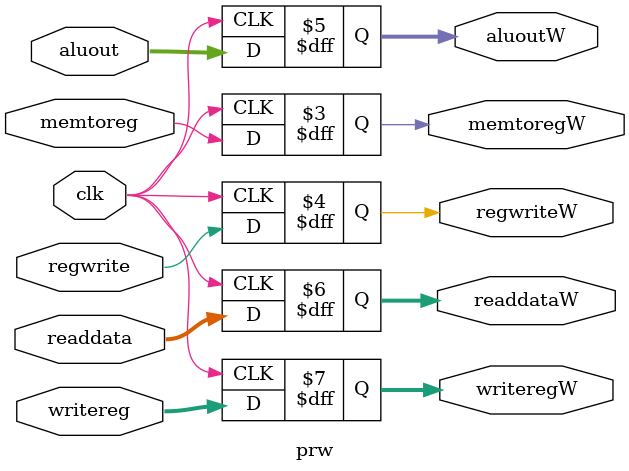
<source format=sv>
`timescale 1ns / 1ps


module prw(
input logic clk,
input logic memtoreg,regwrite,
input logic [31:0]aluout,readdata,
input logic [4:0]writereg,
output logic memtoregW,regwriteW,
output logic [31:0]aluoutW,readdataW,
output logic [4:0]writeregW
    );
initial
    {memtoregW,regwriteW,aluoutW,readdataW,writeregW}<={71{1'b0}};
always @(posedge clk)
    {memtoregW,regwriteW,aluoutW,readdataW,writeregW} <= {memtoreg,regwrite,aluout,readdata,writereg};
endmodule

</source>
